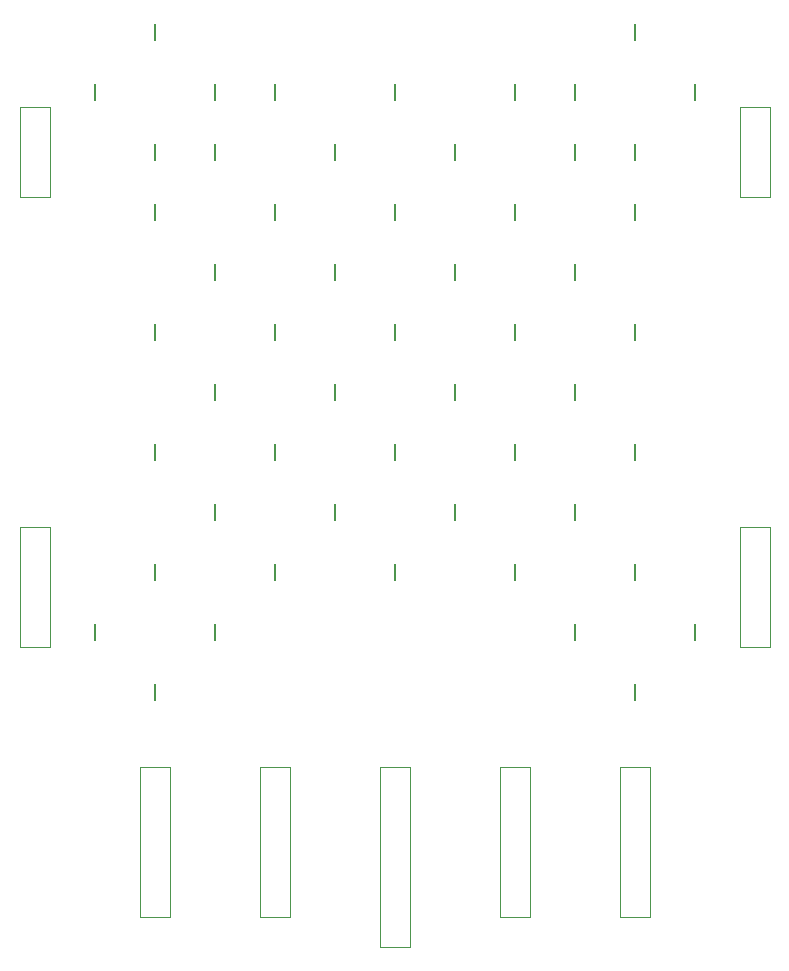
<source format=gto>
%TF.GenerationSoftware,KiCad,Pcbnew,(5.1.8)-1*%
%TF.CreationDate,2021-03-06T21:23:55+09:00*%
%TF.ProjectId,line_sensor,6c696e65-5f73-4656-9e73-6f722e6b6963,rev?*%
%TF.SameCoordinates,PX94c5f00PY876bf80*%
%TF.FileFunction,Legend,Top*%
%TF.FilePolarity,Positive*%
%FSLAX46Y46*%
G04 Gerber Fmt 4.6, Leading zero omitted, Abs format (unit mm)*
G04 Created by KiCad (PCBNEW (5.1.8)-1) date 2021-03-06 21:23:55*
%MOMM*%
%LPD*%
G01*
G04 APERTURE LIST*
%ADD10C,0.120000*%
%ADD11C,0.200000*%
%ADD12C,1.700000*%
%ADD13O,1.700000X1.700000*%
%ADD14C,1.800000*%
%ADD15R,1.050000X1.800000*%
G04 APERTURE END LIST*
D10*
X6790000Y79590000D02*
X4250000Y79590000D01*
X6790000Y71970000D02*
X6790000Y79590000D01*
X4250000Y71970000D02*
X6790000Y71970000D01*
X4250000Y79590000D02*
X4250000Y71970000D01*
X6790000Y44030000D02*
X4250000Y44030000D01*
X6790000Y33870000D02*
X6790000Y44030000D01*
X4250000Y33870000D02*
X6790000Y33870000D01*
X4250000Y44030000D02*
X4250000Y33870000D01*
X67750000Y44030000D02*
X65210000Y44030000D01*
X67750000Y33870000D02*
X67750000Y44030000D01*
X65210000Y33870000D02*
X67750000Y33870000D01*
X65210000Y44030000D02*
X65210000Y33870000D01*
X57590000Y23710000D02*
X55050000Y23710000D01*
X57590000Y11010000D02*
X57590000Y23710000D01*
X55050000Y11010000D02*
X57590000Y11010000D01*
X55050000Y23710000D02*
X55050000Y11010000D01*
X47430000Y23710000D02*
X44890000Y23710000D01*
X47430000Y11010000D02*
X47430000Y23710000D01*
X44890000Y11010000D02*
X47430000Y11010000D01*
X44890000Y23710000D02*
X44890000Y11010000D01*
X37270000Y23710000D02*
X34730000Y23710000D01*
X37270000Y8470000D02*
X37270000Y23710000D01*
X34730000Y8470000D02*
X37270000Y8470000D01*
X34730000Y23710000D02*
X34730000Y8470000D01*
X27110000Y23710000D02*
X24570000Y23710000D01*
X27110000Y11010000D02*
X27110000Y23710000D01*
X24570000Y11010000D02*
X27110000Y11010000D01*
X24570000Y23710000D02*
X24570000Y11010000D01*
X16950000Y23710000D02*
X14410000Y23710000D01*
X16950000Y11010000D02*
X16950000Y23710000D01*
X14410000Y11010000D02*
X16950000Y11010000D01*
X14410000Y23710000D02*
X14410000Y11010000D01*
X67750000Y79590000D02*
X65210000Y79590000D01*
X67750000Y71970000D02*
X67750000Y79590000D01*
X65210000Y71970000D02*
X67750000Y71970000D01*
X65210000Y79590000D02*
X65210000Y71970000D01*
D11*
%TO.C,R1*%
X20760000Y76480000D02*
X20760000Y75080000D01*
%TO.C,R2*%
X20760000Y66320000D02*
X20760000Y64920000D01*
%TO.C,R3*%
X20760000Y56160000D02*
X20760000Y54760000D01*
%TO.C,R4*%
X20760000Y46000000D02*
X20760000Y44600000D01*
%TO.C,R5*%
X30920000Y76480000D02*
X30920000Y75080000D01*
%TO.C,R6*%
X30920000Y66320000D02*
X30920000Y64920000D01*
%TO.C,R7*%
X30920000Y56160000D02*
X30920000Y54760000D01*
%TO.C,R8*%
X30920000Y46000000D02*
X30920000Y44600000D01*
%TO.C,R9*%
X41080000Y76480000D02*
X41080000Y75080000D01*
%TO.C,R10*%
X41080000Y66320000D02*
X41080000Y64920000D01*
%TO.C,R11*%
X41080000Y56160000D02*
X41080000Y54760000D01*
%TO.C,R12*%
X41080000Y46000000D02*
X41080000Y44600000D01*
%TO.C,R13*%
X51240000Y76480000D02*
X51240000Y75080000D01*
%TO.C,R14*%
X51240000Y66320000D02*
X51240000Y64920000D01*
%TO.C,R15*%
X51240000Y56160000D02*
X51240000Y54760000D01*
%TO.C,R16*%
X51240000Y46000000D02*
X51240000Y44600000D01*
%TO.C,R17*%
X15680000Y86640000D02*
X15680000Y85240000D01*
%TO.C,R18*%
X56320000Y86640000D02*
X56320000Y85240000D01*
%TO.C,R19*%
X56320000Y30760000D02*
X56320000Y29360000D01*
%TO.C,R20*%
X15680000Y30760000D02*
X15680000Y29360000D01*
%TO.C,R21*%
X20760000Y81560000D02*
X20760000Y80160000D01*
%TO.C,R22*%
X51240000Y81560000D02*
X51240000Y80160000D01*
%TO.C,R23*%
X51240000Y35840000D02*
X51240000Y34440000D01*
%TO.C,R24*%
X20760000Y35840000D02*
X20760000Y34440000D01*
%TO.C,R25*%
X10600000Y81560000D02*
X10600000Y80160000D01*
%TO.C,R26*%
X61400000Y81560000D02*
X61400000Y80160000D01*
%TO.C,R27*%
X61400000Y35840000D02*
X61400000Y34440000D01*
%TO.C,R28*%
X10600000Y35840000D02*
X10600000Y34440000D01*
%TO.C,R29*%
X15680000Y76480000D02*
X15680000Y75080000D01*
%TO.C,R30*%
X15680000Y71400000D02*
X15680000Y70000000D01*
%TO.C,R31*%
X15680000Y61240000D02*
X15680000Y59840000D01*
%TO.C,R32*%
X15680000Y51080000D02*
X15680000Y49680000D01*
%TO.C,R33*%
X15680000Y40920000D02*
X15680000Y39520000D01*
%TO.C,R34*%
X25840000Y81560000D02*
X25840000Y80160000D01*
%TO.C,R35*%
X25840000Y71400000D02*
X25840000Y70000000D01*
%TO.C,R36*%
X25840000Y61240000D02*
X25840000Y59840000D01*
%TO.C,R37*%
X25840000Y51080000D02*
X25840000Y49680000D01*
%TO.C,R38*%
X25840000Y40920000D02*
X25840000Y39520000D01*
%TO.C,R39*%
X36000000Y81560000D02*
X36000000Y80160000D01*
%TO.C,R40*%
X36000000Y71400000D02*
X36000000Y70000000D01*
%TO.C,R41*%
X36000000Y61240000D02*
X36000000Y59840000D01*
%TO.C,R42*%
X36000000Y51080000D02*
X36000000Y49680000D01*
%TO.C,R43*%
X36000000Y40920000D02*
X36000000Y39520000D01*
%TO.C,R44*%
X46160000Y81560000D02*
X46160000Y80160000D01*
%TO.C,R45*%
X46160000Y71400000D02*
X46160000Y70000000D01*
%TO.C,R46*%
X46160000Y61240000D02*
X46160000Y59840000D01*
%TO.C,R47*%
X46160000Y51080000D02*
X46160000Y49680000D01*
%TO.C,R48*%
X46160000Y40920000D02*
X46160000Y39520000D01*
%TO.C,R49*%
X56320000Y76480000D02*
X56320000Y75080000D01*
%TO.C,R50*%
X56320000Y71400000D02*
X56320000Y70000000D01*
%TO.C,R51*%
X56320000Y61240000D02*
X56320000Y59840000D01*
%TO.C,R52*%
X56320000Y51080000D02*
X56320000Y49680000D01*
%TO.C,R53*%
X56320000Y40920000D02*
X56320000Y39520000D01*
%TD*%
%LPC*%
D12*
%TO.C,J8*%
X56320000Y12280000D03*
D13*
X56320000Y14820000D03*
X56320000Y17360000D03*
X56320000Y19900000D03*
X56320000Y22440000D03*
%TD*%
D12*
%TO.C,J7*%
X46160000Y12280000D03*
D13*
X46160000Y14820000D03*
X46160000Y17360000D03*
X46160000Y19900000D03*
X46160000Y22440000D03*
%TD*%
D12*
%TO.C,J1*%
X36000000Y9740000D03*
%TD*%
%TO.C,J6*%
X36000000Y12280000D03*
D13*
X36000000Y14820000D03*
X36000000Y17360000D03*
X36000000Y19900000D03*
X36000000Y22440000D03*
%TD*%
%TO.C,J5*%
X25840000Y22440000D03*
X25840000Y19900000D03*
X25840000Y17360000D03*
X25840000Y14820000D03*
D12*
X25840000Y12280000D03*
%TD*%
%TO.C,J2*%
X15680000Y12280000D03*
D13*
X15680000Y14820000D03*
X15680000Y17360000D03*
X15680000Y19900000D03*
X15680000Y22440000D03*
%TD*%
D12*
%TO.C,J3*%
X66480000Y35140000D03*
D13*
X66480000Y37680000D03*
X66480000Y40220000D03*
X66480000Y42760000D03*
%TD*%
%TO.C,J4*%
X5520000Y35140000D03*
X5520000Y37680000D03*
X5520000Y40220000D03*
D12*
X5520000Y42760000D03*
%TD*%
D13*
%TO.C,J9*%
X5520000Y73240000D03*
X5520000Y75780000D03*
D12*
X5520000Y78320000D03*
%TD*%
%TO.C,Q1*%
X14410000Y78320000D03*
X16950000Y78320000D03*
%TD*%
%TO.C,Q2*%
X14410000Y68160000D03*
X16950000Y68160000D03*
%TD*%
%TO.C,Q3*%
X14410000Y58000000D03*
X16950000Y58000000D03*
%TD*%
%TO.C,Q4*%
X14410000Y47840000D03*
X16950000Y47840000D03*
%TD*%
%TO.C,Q5*%
X14410000Y37680000D03*
X16950000Y37680000D03*
%TD*%
%TO.C,Q6*%
X24570000Y78320000D03*
X27110000Y78320000D03*
%TD*%
%TO.C,Q7*%
X24570000Y68160000D03*
X27110000Y68160000D03*
%TD*%
%TO.C,Q8*%
X24570000Y58000000D03*
X27110000Y58000000D03*
%TD*%
%TO.C,Q9*%
X24570000Y47840000D03*
X27110000Y47840000D03*
%TD*%
%TO.C,Q10*%
X24570000Y37680000D03*
X27110000Y37680000D03*
%TD*%
%TO.C,Q11*%
X34730000Y78320000D03*
X37270000Y78320000D03*
%TD*%
%TO.C,Q12*%
X34730000Y68160000D03*
X37270000Y68160000D03*
%TD*%
%TO.C,Q13*%
X34730000Y58000000D03*
X37270000Y58000000D03*
%TD*%
%TO.C,Q14*%
X34730000Y47840000D03*
X37270000Y47840000D03*
%TD*%
%TO.C,Q15*%
X34730000Y37680000D03*
X37270000Y37680000D03*
%TD*%
%TO.C,Q16*%
X44890000Y78320000D03*
X47430000Y78320000D03*
%TD*%
%TO.C,Q17*%
X44890000Y68160000D03*
X47430000Y68160000D03*
%TD*%
%TO.C,Q18*%
X44890000Y58000000D03*
X47430000Y58000000D03*
%TD*%
%TO.C,Q19*%
X44890000Y47840000D03*
X47430000Y47840000D03*
%TD*%
%TO.C,Q20*%
X44890000Y37680000D03*
X47430000Y37680000D03*
%TD*%
%TO.C,Q21*%
X55050000Y78320000D03*
X57590000Y78320000D03*
%TD*%
%TO.C,Q22*%
X55050000Y68160000D03*
X57590000Y68160000D03*
%TD*%
%TO.C,Q23*%
X55050000Y58000000D03*
X57590000Y58000000D03*
%TD*%
%TO.C,Q24*%
X55050000Y47840000D03*
X57590000Y47840000D03*
%TD*%
%TO.C,Q25*%
X55050000Y37680000D03*
X57590000Y37680000D03*
%TD*%
%TO.C,J10*%
X66480000Y78320000D03*
D13*
X66480000Y75780000D03*
X66480000Y73240000D03*
%TD*%
D12*
%TO.C,D1*%
X19490000Y73240000D03*
X22030000Y73240000D03*
%TD*%
%TO.C,D2*%
X22030000Y63080000D03*
X19490000Y63080000D03*
%TD*%
%TO.C,D3*%
X22030000Y52920000D03*
X19490000Y52920000D03*
%TD*%
%TO.C,D4*%
X19490000Y42760000D03*
X22030000Y42760000D03*
%TD*%
%TO.C,D5*%
X29650000Y73240000D03*
X32190000Y73240000D03*
%TD*%
%TO.C,D6*%
X32190000Y63080000D03*
X29650000Y63080000D03*
%TD*%
%TO.C,D7*%
X29650000Y52920000D03*
X32190000Y52920000D03*
%TD*%
%TO.C,D8*%
X32190000Y42760000D03*
X29650000Y42760000D03*
%TD*%
%TO.C,D9*%
X39810000Y73240000D03*
X42350000Y73240000D03*
%TD*%
%TO.C,D10*%
X39810000Y63080000D03*
X42350000Y63080000D03*
%TD*%
%TO.C,D11*%
X42350000Y52920000D03*
X39810000Y52920000D03*
%TD*%
%TO.C,D12*%
X39810000Y42760000D03*
X42350000Y42760000D03*
%TD*%
%TO.C,D13*%
X52510000Y73240000D03*
X49970000Y73240000D03*
%TD*%
%TO.C,D14*%
X49970000Y63080000D03*
X52510000Y63080000D03*
%TD*%
%TO.C,D15*%
X52510000Y52920000D03*
X49970000Y52920000D03*
%TD*%
%TO.C,D16*%
X49970000Y42760000D03*
X52510000Y42760000D03*
%TD*%
%TO.C,D17*%
X16950000Y83400000D03*
X14410000Y83400000D03*
%TD*%
%TO.C,D18*%
X55050000Y83400000D03*
X57590000Y83400000D03*
%TD*%
%TO.C,D19*%
X55050000Y32600000D03*
X57590000Y32600000D03*
%TD*%
%TO.C,D20*%
X14410000Y32600000D03*
X16950000Y32600000D03*
%TD*%
%TO.C,D21*%
X22030000Y78320000D03*
X19490000Y78320000D03*
%TD*%
%TO.C,D22*%
X52510000Y78320000D03*
X49970000Y78320000D03*
%TD*%
%TO.C,D23*%
X49970000Y37680000D03*
X52510000Y37680000D03*
%TD*%
D14*
%TO.C,D24*%
X22030000Y37680000D03*
D12*
X19490000Y37680000D03*
%TD*%
%TO.C,D25*%
X11870000Y78320000D03*
X9330000Y78320000D03*
%TD*%
%TO.C,D26*%
X60130000Y78320000D03*
X62670000Y78320000D03*
%TD*%
%TO.C,D27*%
X62670000Y37680000D03*
X60130000Y37680000D03*
%TD*%
%TO.C,D28*%
X11870000Y37680000D03*
X9330000Y37680000D03*
%TD*%
D15*
%TO.C,R1*%
X22310000Y75780000D03*
X19210000Y75780000D03*
%TD*%
%TO.C,R2*%
X19210000Y65620000D03*
X22310000Y65620000D03*
%TD*%
%TO.C,R3*%
X22310000Y55460000D03*
X19210000Y55460000D03*
%TD*%
%TO.C,R4*%
X19210000Y45300000D03*
X22310000Y45300000D03*
%TD*%
%TO.C,R5*%
X32470000Y75780000D03*
X29370000Y75780000D03*
%TD*%
%TO.C,R6*%
X29370000Y65620000D03*
X32470000Y65620000D03*
%TD*%
%TO.C,R7*%
X32470000Y55460000D03*
X29370000Y55460000D03*
%TD*%
%TO.C,R8*%
X29370000Y45300000D03*
X32470000Y45300000D03*
%TD*%
%TO.C,R9*%
X42630000Y75780000D03*
X39530000Y75780000D03*
%TD*%
%TO.C,R10*%
X39530000Y65620000D03*
X42630000Y65620000D03*
%TD*%
%TO.C,R11*%
X42630000Y55460000D03*
X39530000Y55460000D03*
%TD*%
%TO.C,R12*%
X39530000Y45300000D03*
X42630000Y45300000D03*
%TD*%
%TO.C,R13*%
X52790000Y75780000D03*
X49690000Y75780000D03*
%TD*%
%TO.C,R14*%
X49690000Y65620000D03*
X52790000Y65620000D03*
%TD*%
%TO.C,R15*%
X49690000Y55460000D03*
X52790000Y55460000D03*
%TD*%
%TO.C,R16*%
X52790000Y45300000D03*
X49690000Y45300000D03*
%TD*%
%TO.C,R17*%
X14130000Y85940000D03*
X17230000Y85940000D03*
%TD*%
%TO.C,R18*%
X57870000Y85940000D03*
X54770000Y85940000D03*
%TD*%
%TO.C,R19*%
X54770000Y30060000D03*
X57870000Y30060000D03*
%TD*%
%TO.C,R20*%
X17230000Y30060000D03*
X14130000Y30060000D03*
%TD*%
%TO.C,R21*%
X19210000Y80860000D03*
X22310000Y80860000D03*
%TD*%
%TO.C,R22*%
X52790000Y80860000D03*
X49690000Y80860000D03*
%TD*%
%TO.C,R23*%
X49690000Y35140000D03*
X52790000Y35140000D03*
%TD*%
%TO.C,R24*%
X22310000Y35140000D03*
X19210000Y35140000D03*
%TD*%
%TO.C,R25*%
X9050000Y80860000D03*
X12150000Y80860000D03*
%TD*%
%TO.C,R26*%
X62950000Y80860000D03*
X59850000Y80860000D03*
%TD*%
%TO.C,R27*%
X59850000Y35140000D03*
X62950000Y35140000D03*
%TD*%
%TO.C,R28*%
X12150000Y35140000D03*
X9050000Y35140000D03*
%TD*%
%TO.C,R29*%
X17230000Y75780000D03*
X14130000Y75780000D03*
%TD*%
%TO.C,R30*%
X14130000Y70700000D03*
X17230000Y70700000D03*
%TD*%
%TO.C,R31*%
X14130000Y60540000D03*
X17230000Y60540000D03*
%TD*%
%TO.C,R32*%
X17230000Y50380000D03*
X14130000Y50380000D03*
%TD*%
%TO.C,R33*%
X14130000Y40220000D03*
X17230000Y40220000D03*
%TD*%
%TO.C,R34*%
X24290000Y80860000D03*
X27390000Y80860000D03*
%TD*%
%TO.C,R35*%
X24290000Y70700000D03*
X27390000Y70700000D03*
%TD*%
%TO.C,R36*%
X27390000Y60540000D03*
X24290000Y60540000D03*
%TD*%
%TO.C,R37*%
X27390000Y50380000D03*
X24290000Y50380000D03*
%TD*%
%TO.C,R38*%
X24290000Y40220000D03*
X27390000Y40220000D03*
%TD*%
%TO.C,R39*%
X37550000Y80860000D03*
X34450000Y80860000D03*
%TD*%
%TO.C,R40*%
X34450000Y70700000D03*
X37550000Y70700000D03*
%TD*%
%TO.C,R41*%
X37550000Y60540000D03*
X34450000Y60540000D03*
%TD*%
%TO.C,R42*%
X34450000Y50380000D03*
X37550000Y50380000D03*
%TD*%
%TO.C,R43*%
X37550000Y40220000D03*
X34450000Y40220000D03*
%TD*%
%TO.C,R44*%
X44610000Y80860000D03*
X47710000Y80860000D03*
%TD*%
%TO.C,R45*%
X47710000Y70700000D03*
X44610000Y70700000D03*
%TD*%
%TO.C,R46*%
X44610000Y60540000D03*
X47710000Y60540000D03*
%TD*%
%TO.C,R47*%
X47710000Y50380000D03*
X44610000Y50380000D03*
%TD*%
%TO.C,R48*%
X44610000Y40220000D03*
X47710000Y40220000D03*
%TD*%
%TO.C,R49*%
X57870000Y75780000D03*
X54770000Y75780000D03*
%TD*%
%TO.C,R50*%
X54770000Y70700000D03*
X57870000Y70700000D03*
%TD*%
%TO.C,R51*%
X57870000Y60540000D03*
X54770000Y60540000D03*
%TD*%
%TO.C,R52*%
X54770000Y50380000D03*
X57870000Y50380000D03*
%TD*%
%TO.C,R53*%
X57870000Y40220000D03*
X54770000Y40220000D03*
%TD*%
M02*

</source>
